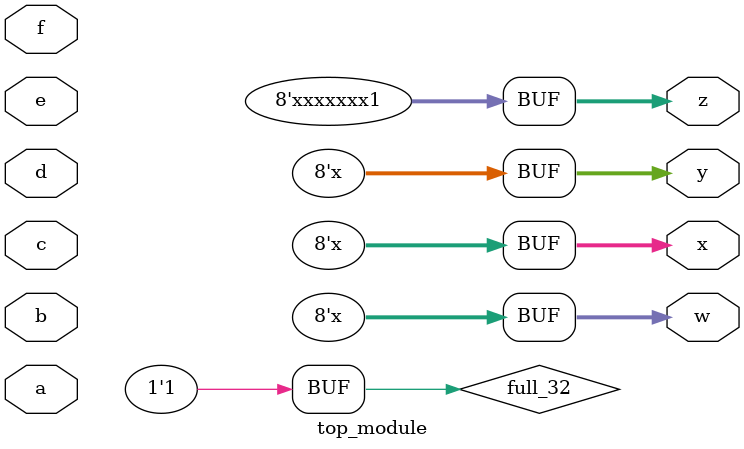
<source format=v>
module top_module (
    input [4:0] a, b, c, d, e, f,
    output [7:0] w, x, y, z
);

    wire full_32 = {a, b, c, d, e, f, 2'b11};

    assign w = full_32[31:24];
    assign x = full_32[23:16];
    assign y = full_32[15: 8];
    assign z = full_32[ 7: 0];

endmodule
</source>
